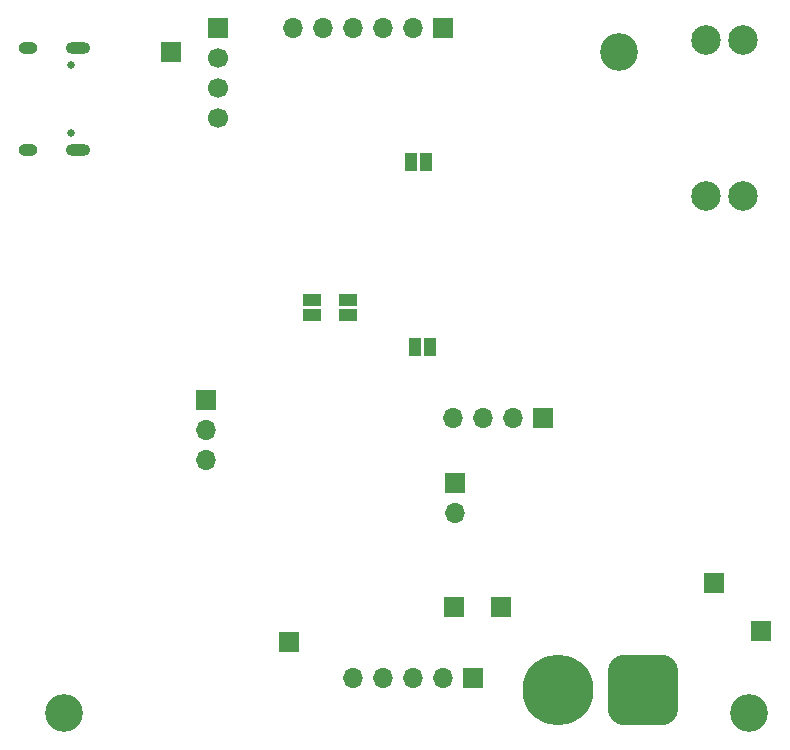
<source format=gbr>
%TF.GenerationSoftware,KiCad,Pcbnew,9.0.6*%
%TF.CreationDate,2025-12-27T23:02:08-08:00*%
%TF.ProjectId,Test Rocket Board,54657374-2052-46f6-936b-657420426f61,rev?*%
%TF.SameCoordinates,Original*%
%TF.FileFunction,Soldermask,Bot*%
%TF.FilePolarity,Negative*%
%FSLAX46Y46*%
G04 Gerber Fmt 4.6, Leading zero omitted, Abs format (unit mm)*
G04 Created by KiCad (PCBNEW 9.0.6) date 2025-12-27 23:02:08*
%MOMM*%
%LPD*%
G01*
G04 APERTURE LIST*
G04 Aperture macros list*
%AMRoundRect*
0 Rectangle with rounded corners*
0 $1 Rounding radius*
0 $2 $3 $4 $5 $6 $7 $8 $9 X,Y pos of 4 corners*
0 Add a 4 corners polygon primitive as box body*
4,1,4,$2,$3,$4,$5,$6,$7,$8,$9,$2,$3,0*
0 Add four circle primitives for the rounded corners*
1,1,$1+$1,$2,$3*
1,1,$1+$1,$4,$5*
1,1,$1+$1,$6,$7*
1,1,$1+$1,$8,$9*
0 Add four rect primitives between the rounded corners*
20,1,$1+$1,$2,$3,$4,$5,0*
20,1,$1+$1,$4,$5,$6,$7,0*
20,1,$1+$1,$6,$7,$8,$9,0*
20,1,$1+$1,$8,$9,$2,$3,0*%
G04 Aperture macros list end*
%ADD10R,1.700000X1.700000*%
%ADD11C,1.700000*%
%ADD12C,3.200000*%
%ADD13O,1.700000X1.700000*%
%ADD14C,0.650000*%
%ADD15O,2.100000X1.000000*%
%ADD16O,1.600000X1.000000*%
%ADD17RoundRect,1.500000X1.500000X1.500000X-1.500000X1.500000X-1.500000X-1.500000X1.500000X-1.500000X0*%
%ADD18C,6.000000*%
%ADD19C,2.504000*%
%ADD20R,1.000000X1.500000*%
%ADD21R,1.500000X1.000000*%
G04 APERTURE END LIST*
D10*
%TO.C,J8*%
X150000000Y-76960000D03*
D11*
X150000000Y-79500000D03*
X150000000Y-82040000D03*
X150000000Y-84580000D03*
%TD*%
D12*
%TO.C,H2*%
X195000000Y-135000000D03*
%TD*%
D10*
%TO.C,J2*%
X177540000Y-110000000D03*
D13*
X175000000Y-110000000D03*
X172460000Y-110000000D03*
X169920000Y-110000000D03*
%TD*%
D10*
%TO.C,TP4*%
X156000000Y-129000000D03*
%TD*%
D12*
%TO.C,H1*%
X137000000Y-135000000D03*
%TD*%
D10*
%TO.C,J7*%
X171620000Y-132000000D03*
D13*
X169080000Y-132000000D03*
X166540000Y-132000000D03*
X164000000Y-132000000D03*
X161460000Y-132000000D03*
%TD*%
D14*
%TO.C,J3*%
X137600000Y-80110000D03*
X137600000Y-85890000D03*
D15*
X138130000Y-78680000D03*
D16*
X133950000Y-78680000D03*
D15*
X138130000Y-87320000D03*
D16*
X133950000Y-87320000D03*
%TD*%
D10*
%TO.C,J1*%
X149000000Y-108475000D03*
D13*
X149000000Y-111015000D03*
X149000000Y-113555000D03*
%TD*%
D17*
%TO.C,J5*%
X186000000Y-133000000D03*
D18*
X178800000Y-133000000D03*
%TD*%
D10*
%TO.C,J6*%
X170110000Y-115485000D03*
D13*
X170110000Y-118025000D03*
%TD*%
D10*
%TO.C,5V1*%
X192000000Y-124000000D03*
%TD*%
%TO.C,TP5*%
X146000000Y-79000000D03*
%TD*%
%TO.C,TP1*%
X170000000Y-126000000D03*
%TD*%
%TO.C,J4*%
X169040000Y-77000000D03*
D13*
X166500000Y-77000000D03*
X163960000Y-77000000D03*
X161420000Y-77000000D03*
X158880000Y-77000000D03*
X156340000Y-77000000D03*
%TD*%
D10*
%TO.C,TP2*%
X174000000Y-126000000D03*
%TD*%
D19*
%TO.C,BT1*%
X191300000Y-91200000D03*
X194500000Y-91200000D03*
X194500000Y-78000000D03*
X191300000Y-78000000D03*
%TD*%
D10*
%TO.C,TP3*%
X196000000Y-128000000D03*
%TD*%
D12*
%TO.C,H3*%
X184000000Y-79000000D03*
%TD*%
D20*
%TO.C,JP3*%
X167650000Y-88350000D03*
X166350000Y-88350000D03*
%TD*%
%TO.C,JP4*%
X168000000Y-104000000D03*
X166700000Y-104000000D03*
%TD*%
D21*
%TO.C,JP2*%
X158000000Y-100000000D03*
X158000000Y-101300000D03*
%TD*%
%TO.C,JP1*%
X161000000Y-101300000D03*
X161000000Y-100000000D03*
%TD*%
M02*

</source>
